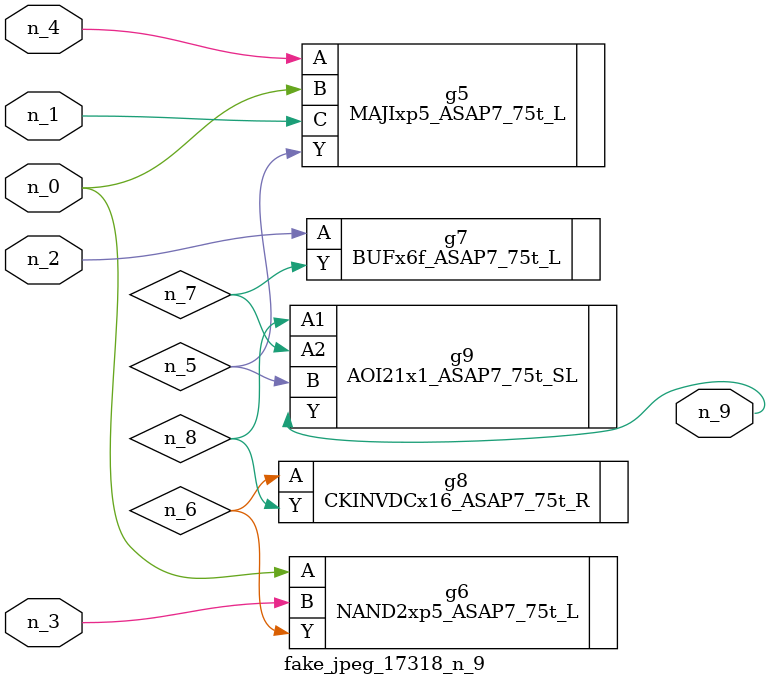
<source format=v>
module fake_jpeg_17318_n_9 (n_3, n_2, n_1, n_0, n_4, n_9);

input n_3;
input n_2;
input n_1;
input n_0;
input n_4;

output n_9;

wire n_8;
wire n_6;
wire n_5;
wire n_7;

MAJIxp5_ASAP7_75t_L g5 ( 
.A(n_4),
.B(n_0),
.C(n_1),
.Y(n_5)
);

NAND2xp5_ASAP7_75t_L g6 ( 
.A(n_0),
.B(n_3),
.Y(n_6)
);

BUFx6f_ASAP7_75t_L g7 ( 
.A(n_2),
.Y(n_7)
);

CKINVDCx16_ASAP7_75t_R g8 ( 
.A(n_6),
.Y(n_8)
);

AOI21x1_ASAP7_75t_SL g9 ( 
.A1(n_8),
.A2(n_7),
.B(n_5),
.Y(n_9)
);


endmodule
</source>
